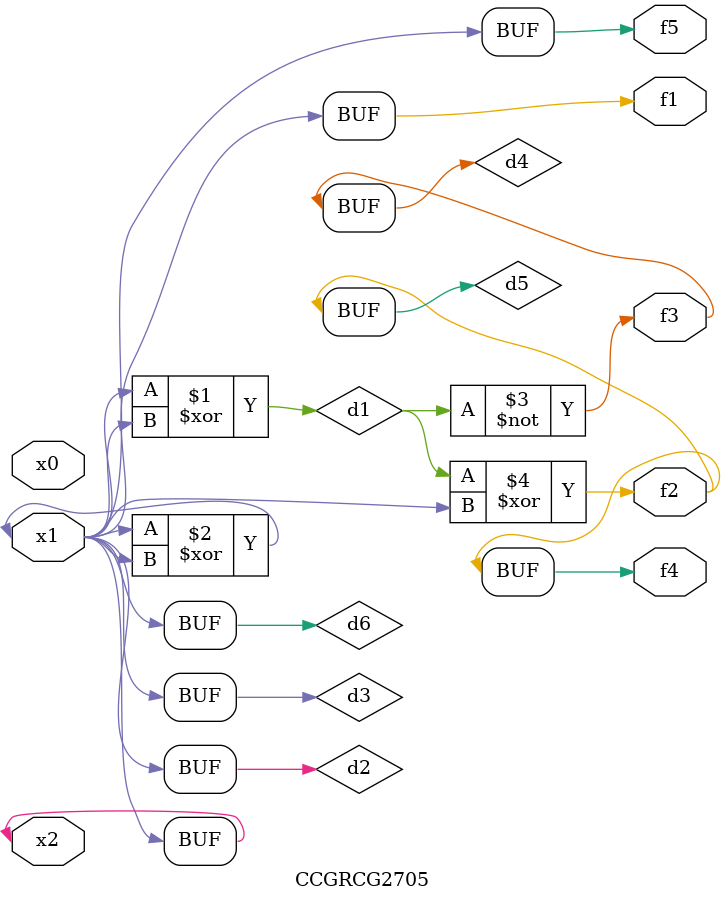
<source format=v>
module CCGRCG2705(
	input x0, x1, x2,
	output f1, f2, f3, f4, f5
);

	wire d1, d2, d3, d4, d5, d6;

	xor (d1, x1, x2);
	buf (d2, x1, x2);
	xor (d3, x1, x2);
	nor (d4, d1);
	xor (d5, d1, d2);
	buf (d6, d2, d3);
	assign f1 = d6;
	assign f2 = d5;
	assign f3 = d4;
	assign f4 = d5;
	assign f5 = d6;
endmodule

</source>
